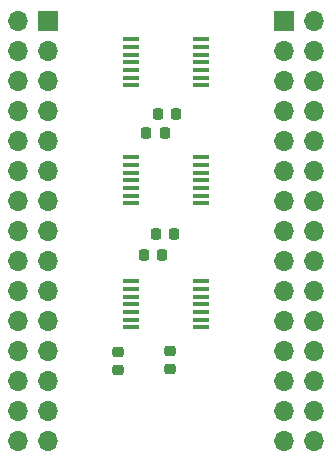
<source format=gbs>
G04 #@! TF.GenerationSoftware,KiCad,Pcbnew,(6.0.4)*
G04 #@! TF.CreationDate,2022-06-28T09:07:53+02:00*
G04 #@! TF.ProjectId,LevelShifter,4c657665-6c53-4686-9966-7465722e6b69,rev?*
G04 #@! TF.SameCoordinates,Original*
G04 #@! TF.FileFunction,Soldermask,Bot*
G04 #@! TF.FilePolarity,Negative*
%FSLAX46Y46*%
G04 Gerber Fmt 4.6, Leading zero omitted, Abs format (unit mm)*
G04 Created by KiCad (PCBNEW (6.0.4)) date 2022-06-28 09:07:53*
%MOMM*%
%LPD*%
G01*
G04 APERTURE LIST*
G04 Aperture macros list*
%AMRoundRect*
0 Rectangle with rounded corners*
0 $1 Rounding radius*
0 $2 $3 $4 $5 $6 $7 $8 $9 X,Y pos of 4 corners*
0 Add a 4 corners polygon primitive as box body*
4,1,4,$2,$3,$4,$5,$6,$7,$8,$9,$2,$3,0*
0 Add four circle primitives for the rounded corners*
1,1,$1+$1,$2,$3*
1,1,$1+$1,$4,$5*
1,1,$1+$1,$6,$7*
1,1,$1+$1,$8,$9*
0 Add four rect primitives between the rounded corners*
20,1,$1+$1,$2,$3,$4,$5,0*
20,1,$1+$1,$4,$5,$6,$7,0*
20,1,$1+$1,$6,$7,$8,$9,0*
20,1,$1+$1,$8,$9,$2,$3,0*%
G04 Aperture macros list end*
%ADD10R,1.700000X1.700000*%
%ADD11O,1.700000X1.700000*%
%ADD12RoundRect,0.225000X-0.250000X0.225000X-0.250000X-0.225000X0.250000X-0.225000X0.250000X0.225000X0*%
%ADD13RoundRect,0.225000X0.250000X-0.225000X0.250000X0.225000X-0.250000X0.225000X-0.250000X-0.225000X0*%
%ADD14R,1.404099X0.354800*%
%ADD15RoundRect,0.225000X0.225000X0.250000X-0.225000X0.250000X-0.225000X-0.250000X0.225000X-0.250000X0*%
%ADD16RoundRect,0.225000X-0.225000X-0.250000X0.225000X-0.250000X0.225000X0.250000X-0.225000X0.250000X0*%
G04 APERTURE END LIST*
D10*
X170000000Y-80000000D03*
D11*
X172540000Y-80000000D03*
X170000000Y-82540000D03*
X172540000Y-82540000D03*
X170000000Y-85080000D03*
X172540000Y-85080000D03*
X170000000Y-87620000D03*
X172540000Y-87620000D03*
X170000000Y-90160000D03*
X172540000Y-90160000D03*
X170000000Y-92700000D03*
X172540000Y-92700000D03*
X170000000Y-95240000D03*
X172540000Y-95240000D03*
X170000000Y-97780000D03*
X172540000Y-97780000D03*
X170000000Y-100320000D03*
X172540000Y-100320000D03*
X170000000Y-102860000D03*
X172540000Y-102860000D03*
X170000000Y-105400000D03*
X172540000Y-105400000D03*
X170000000Y-107940000D03*
X172540000Y-107940000D03*
X170000000Y-110480000D03*
X172540000Y-110480000D03*
X170000000Y-113020000D03*
X172540000Y-113020000D03*
X170000000Y-115560000D03*
X172540000Y-115560000D03*
D10*
X150000000Y-80000000D03*
D11*
X147460000Y-80000000D03*
X150000000Y-82540000D03*
X147460000Y-82540000D03*
X150000000Y-85080000D03*
X147460000Y-85080000D03*
X150000000Y-87620000D03*
X147460000Y-87620000D03*
X150000000Y-90160000D03*
X147460000Y-90160000D03*
X150000000Y-92700000D03*
X147460000Y-92700000D03*
X150000000Y-95240000D03*
X147460000Y-95240000D03*
X150000000Y-97780000D03*
X147460000Y-97780000D03*
X150000000Y-100320000D03*
X147460000Y-100320000D03*
X150000000Y-102860000D03*
X147460000Y-102860000D03*
X150000000Y-105400000D03*
X147460000Y-105400000D03*
X150000000Y-107940000D03*
X147460000Y-107940000D03*
X150000000Y-110480000D03*
X147460000Y-110480000D03*
X150000000Y-113020000D03*
X147460000Y-113020000D03*
X150000000Y-115560000D03*
X147460000Y-115560000D03*
D12*
X155900000Y-108025000D03*
X155900000Y-109575000D03*
D13*
X160300000Y-109475000D03*
X160300000Y-107925000D03*
D14*
X162949948Y-91550042D03*
X162949948Y-92200028D03*
X162949948Y-92850014D03*
X162949948Y-93500000D03*
X162949948Y-94149986D03*
X162949948Y-94799972D03*
X162949948Y-95449958D03*
X157050052Y-95449958D03*
X157050052Y-94799972D03*
X157050052Y-94149986D03*
X157050052Y-93500000D03*
X157050052Y-92850014D03*
X157050052Y-92200028D03*
X157050052Y-91550042D03*
D15*
X160875000Y-87900000D03*
X159325000Y-87900000D03*
D14*
X162949948Y-102050042D03*
X162949948Y-102700028D03*
X162949948Y-103350014D03*
X162949948Y-104000000D03*
X162949948Y-104649986D03*
X162949948Y-105299972D03*
X162949948Y-105949958D03*
X157050052Y-105949958D03*
X157050052Y-105299972D03*
X157050052Y-104649986D03*
X157050052Y-104000000D03*
X157050052Y-103350014D03*
X157050052Y-102700028D03*
X157050052Y-102050042D03*
D15*
X160675000Y-98000000D03*
X159125000Y-98000000D03*
D14*
X162949948Y-81550042D03*
X162949948Y-82200028D03*
X162949948Y-82850014D03*
X162949948Y-83500000D03*
X162949948Y-84149986D03*
X162949948Y-84799972D03*
X162949948Y-85449958D03*
X157050052Y-85449958D03*
X157050052Y-84799972D03*
X157050052Y-84149986D03*
X157050052Y-83500000D03*
X157050052Y-82850014D03*
X157050052Y-82200028D03*
X157050052Y-81550042D03*
D16*
X158125000Y-99800000D03*
X159675000Y-99800000D03*
X158325000Y-89500000D03*
X159875000Y-89500000D03*
M02*

</source>
